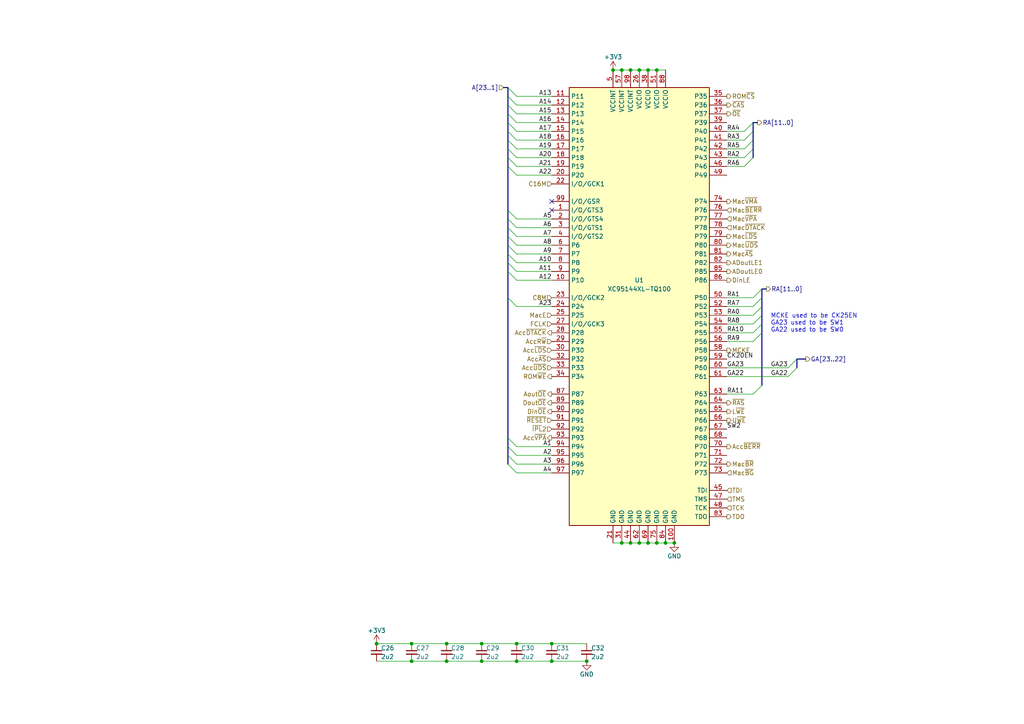
<source format=kicad_sch>
(kicad_sch (version 20230121) (generator eeschema)
  (paper "A4")
  (lib_symbols
    (symbol "CPLD_Xilinx:XC95144XL-TQ100"
      (property "Reference" "U" (at -20.32 64.77 0))
      (property "Value" "XC95144XL-TQ100" (at -20.32 -64.77 0))
      (symbol "XC95144XL-TQ100_1_1"
        (rectangle (start -20.32 63.5) (end 20.32 -63.5) (stroke (width 0.254)) (fill (type background)))
        (pin bidirectional line (at -25.4 27.94 0) (length 5.08) (name "I/O/GTS3") (number "1"))
        (pin bidirectional line (at -25.4 7.62 0) (length 5.08) (name "P10") (number "10"))
        (pin power_in line (at 10.16 -68.58 90) (length 5.08) (name "GND") (number "100"))
        (pin bidirectional line (at -25.4 60.96 0) (length 5.08) (name "P11") (number "11"))
        (pin bidirectional line (at -25.4 58.42 0) (length 5.08) (name "P12") (number "12"))
        (pin bidirectional line (at -25.4 55.88 0) (length 5.08) (name "P13") (number "13"))
        (pin bidirectional line (at -25.4 53.34 0) (length 5.08) (name "P14") (number "14"))
        (pin bidirectional line (at -25.4 50.8 0) (length 5.08) (name "P15") (number "15"))
        (pin bidirectional line (at -25.4 48.26 0) (length 5.08) (name "P16") (number "16"))
        (pin bidirectional line (at -25.4 45.72 0) (length 5.08) (name "P17") (number "17"))
        (pin bidirectional line (at -25.4 43.18 0) (length 5.08) (name "P18") (number "18"))
        (pin bidirectional line (at -25.4 40.64 0) (length 5.08) (name "P19") (number "19"))
        (pin bidirectional line (at -25.4 25.4 0) (length 5.08) (name "I/O/GTS4") (number "2"))
        (pin bidirectional line (at -25.4 38.1 0) (length 5.08) (name "P20") (number "20"))
        (pin power_in line (at -7.62 -68.58 90) (length 5.08) (name "GND") (number "21"))
        (pin bidirectional line (at -25.4 35.56 0) (length 5.08) (name "I/O/GCK1") (number "22"))
        (pin bidirectional line (at -25.4 2.54 0) (length 5.08) (name "I/O/GCK2") (number "23"))
        (pin bidirectional line (at -25.4 0 0) (length 5.08) (name "P24") (number "24"))
        (pin bidirectional line (at -25.4 -2.54 0) (length 5.08) (name "P25") (number "25"))
        (pin power_in line (at 0 68.58 270) (length 5.08) (name "VCCIO") (number "26"))
        (pin bidirectional line (at -25.4 -5.08 0) (length 5.08) (name "I/O/GCK3") (number "27"))
        (pin bidirectional line (at -25.4 -7.62 0) (length 5.08) (name "P28") (number "28"))
        (pin bidirectional line (at -25.4 -10.16 0) (length 5.08) (name "P29") (number "29"))
        (pin bidirectional line (at -25.4 22.86 0) (length 5.08) (name "I/O/GTS1") (number "3"))
        (pin bidirectional line (at -25.4 -12.7 0) (length 5.08) (name "P30") (number "30"))
        (pin power_in line (at -5.08 -68.58 90) (length 5.08) (name "GND") (number "31"))
        (pin bidirectional line (at -25.4 -15.24 0) (length 5.08) (name "P32") (number "32"))
        (pin bidirectional line (at -25.4 -17.78 0) (length 5.08) (name "P33") (number "33"))
        (pin bidirectional line (at -25.4 -20.32 0) (length 5.08) (name "P34") (number "34"))
        (pin bidirectional line (at 25.4 60.96 180) (length 5.08) (name "P35") (number "35"))
        (pin bidirectional line (at 25.4 58.42 180) (length 5.08) (name "P36") (number "36"))
        (pin bidirectional line (at 25.4 55.88 180) (length 5.08) (name "P37") (number "37"))
        (pin power_in line (at 2.54 68.58 270) (length 5.08) (name "VCCIO") (number "38"))
        (pin bidirectional line (at 25.4 53.34 180) (length 5.08) (name "P39") (number "39"))
        (pin bidirectional line (at -25.4 20.32 0) (length 5.08) (name "I/O/GTS2") (number "4"))
        (pin bidirectional line (at 25.4 50.8 180) (length 5.08) (name "P40") (number "40"))
        (pin bidirectional line (at 25.4 48.26 180) (length 5.08) (name "P41") (number "41"))
        (pin bidirectional line (at 25.4 45.72 180) (length 5.08) (name "P42") (number "42"))
        (pin bidirectional line (at 25.4 43.18 180) (length 5.08) (name "P43") (number "43"))
        (pin power_in line (at -2.54 -68.58 90) (length 5.08) (name "GND") (number "44"))
        (pin input line (at 25.4 -53.34 180) (length 5.08) (name "TDI") (number "45"))
        (pin bidirectional line (at 25.4 40.64 180) (length 5.08) (name "P46") (number "46"))
        (pin input line (at 25.4 -55.88 180) (length 5.08) (name "TMS") (number "47"))
        (pin input line (at 25.4 -58.42 180) (length 5.08) (name "TCK") (number "48"))
        (pin bidirectional line (at 25.4 38.1 180) (length 5.08) (name "P49") (number "49"))
        (pin power_in line (at -7.62 68.58 270) (length 5.08) (name "VCCINT") (number "5"))
        (pin bidirectional line (at 25.4 2.54 180) (length 5.08) (name "P50") (number "50"))
        (pin power_in line (at 5.08 68.58 270) (length 5.08) (name "VCCIO") (number "51"))
        (pin bidirectional line (at 25.4 0 180) (length 5.08) (name "P52") (number "52"))
        (pin bidirectional line (at 25.4 -2.54 180) (length 5.08) (name "P53") (number "53"))
        (pin bidirectional line (at 25.4 -5.08 180) (length 5.08) (name "P54") (number "54"))
        (pin bidirectional line (at 25.4 -7.62 180) (length 5.08) (name "P55") (number "55"))
        (pin bidirectional line (at 25.4 -10.16 180) (length 5.08) (name "P56") (number "56"))
        (pin power_in line (at -5.08 68.58 270) (length 5.08) (name "VCCINT") (number "57"))
        (pin bidirectional line (at 25.4 -12.7 180) (length 5.08) (name "P58") (number "58"))
        (pin bidirectional line (at 25.4 -15.24 180) (length 5.08) (name "P59") (number "59"))
        (pin bidirectional line (at -25.4 17.78 0) (length 5.08) (name "P6") (number "6"))
        (pin bidirectional line (at 25.4 -17.78 180) (length 5.08) (name "P60") (number "60"))
        (pin bidirectional line (at 25.4 -20.32 180) (length 5.08) (name "P61") (number "61"))
        (pin power_in line (at 0 -68.58 90) (length 5.08) (name "GND") (number "62"))
        (pin bidirectional line (at 25.4 -25.4 180) (length 5.08) (name "P63") (number "63"))
        (pin bidirectional line (at 25.4 -27.94 180) (length 5.08) (name "P64") (number "64"))
        (pin bidirectional line (at 25.4 -30.48 180) (length 5.08) (name "P65") (number "65"))
        (pin bidirectional line (at 25.4 -33.02 180) (length 5.08) (name "P66") (number "66"))
        (pin bidirectional line (at 25.4 -35.56 180) (length 5.08) (name "P67") (number "67"))
        (pin bidirectional line (at 25.4 -38.1 180) (length 5.08) (name "P68") (number "68"))
        (pin power_in line (at 2.54 -68.58 90) (length 5.08) (name "GND") (number "69"))
        (pin bidirectional line (at -25.4 15.24 0) (length 5.08) (name "P7") (number "7"))
        (pin bidirectional line (at 25.4 -40.64 180) (length 5.08) (name "P70") (number "70"))
        (pin bidirectional line (at 25.4 -43.18 180) (length 5.08) (name "P71") (number "71"))
        (pin bidirectional line (at 25.4 -45.72 180) (length 5.08) (name "P72") (number "72"))
        (pin bidirectional line (at 25.4 -48.26 180) (length 5.08) (name "P73") (number "73"))
        (pin bidirectional line (at 25.4 30.48 180) (length 5.08) (name "P74") (number "74"))
        (pin power_in line (at 5.08 -68.58 90) (length 5.08) (name "GND") (number "75"))
        (pin bidirectional line (at 25.4 27.94 180) (length 5.08) (name "P76") (number "76"))
        (pin bidirectional line (at 25.4 25.4 180) (length 5.08) (name "P77") (number "77"))
        (pin bidirectional line (at 25.4 22.86 180) (length 5.08) (name "P78") (number "78"))
        (pin bidirectional line (at 25.4 20.32 180) (length 5.08) (name "P79") (number "79"))
        (pin bidirectional line (at -25.4 12.7 0) (length 5.08) (name "P8") (number "8"))
        (pin bidirectional line (at 25.4 17.78 180) (length 5.08) (name "P80") (number "80"))
        (pin bidirectional line (at 25.4 15.24 180) (length 5.08) (name "P81") (number "81"))
        (pin bidirectional line (at 25.4 12.7 180) (length 5.08) (name "P82") (number "82"))
        (pin output line (at 25.4 -60.96 180) (length 5.08) (name "TDO") (number "83"))
        (pin power_in line (at 7.62 -68.58 90) (length 5.08) (name "GND") (number "84"))
        (pin bidirectional line (at 25.4 10.16 180) (length 5.08) (name "P85") (number "85"))
        (pin bidirectional line (at 25.4 7.62 180) (length 5.08) (name "P86") (number "86"))
        (pin bidirectional line (at -25.4 -25.4 0) (length 5.08) (name "P87") (number "87"))
        (pin power_in line (at 7.62 68.58 270) (length 5.08) (name "VCCIO") (number "88"))
        (pin bidirectional line (at -25.4 -27.94 0) (length 5.08) (name "P89") (number "89"))
        (pin bidirectional line (at -25.4 10.16 0) (length 5.08) (name "P9") (number "9"))
        (pin bidirectional line (at -25.4 -30.48 0) (length 5.08) (name "P90") (number "90"))
        (pin bidirectional line (at -25.4 -33.02 0) (length 5.08) (name "P91") (number "91"))
        (pin bidirectional line (at -25.4 -35.56 0) (length 5.08) (name "P92") (number "92"))
        (pin bidirectional line (at -25.4 -38.1 0) (length 5.08) (name "P93") (number "93"))
        (pin bidirectional line (at -25.4 -40.64 0) (length 5.08) (name "P94") (number "94"))
        (pin bidirectional line (at -25.4 -43.18 0) (length 5.08) (name "P95") (number "95"))
        (pin bidirectional line (at -25.4 -45.72 0) (length 5.08) (name "P96") (number "96"))
        (pin bidirectional line (at -25.4 -48.26 0) (length 5.08) (name "P97") (number "97"))
        (pin power_in line (at -2.54 68.58 270) (length 5.08) (name "VCCINT") (number "98"))
        (pin bidirectional line (at -25.4 30.48 0) (length 5.08) (name "I/O/GSR") (number "99"))
      )
    )
    (symbol "Device:C_Small" (pin_numbers hide) (pin_names (offset 0.254) hide)
      (property "Reference" "C" (at 0.254 1.778 0))
      (property "Value" "C_Small" (at 0.254 -2.032 0))
      (symbol "C_Small_0_1"
        (polyline (pts (xy -1.524 -0.508) (xy 1.524 -0.508)) (stroke (width 0.3302)))
        (polyline (pts (xy -1.524 0.508) (xy 1.524 0.508)) (stroke (width 0.3048)))
      )
      (symbol "C_Small_1_1"
        (pin passive line (at 0 2.54 270) (length 2.032) (name "~") (number "1"))
        (pin passive line (at 0 -2.54 90) (length 2.032) (name "~") (number "2"))
      )
    )
    (symbol "power:+3V3" (power) (pin_names (offset 0))
      (property "Value" "+3V3" (at 0 3.556 0))
      (symbol "+3V3_0_1"
        (polyline (pts (xy -0.762 1.27) (xy 0 2.54)))
        (polyline (pts (xy 0 0) (xy 0 2.54)))
        (polyline (pts (xy 0 2.54) (xy 0.762 1.27)))
      )
      (symbol "+3V3_1_1"
        (pin power_in line (at 0 0 90) (length 0) hide (name "+3V3") (number "1"))
      )
    )
    (symbol "power:GND" (power) (pin_names (offset 0))
      (property "Value" "GND" (at 0 -3.81 0))
      (symbol "GND_0_1"
        (polyline (pts (xy 0 0) (xy 0 -1.27) (xy 1.27 -1.27) (xy 0 -2.54) (xy -1.27 -1.27) (xy 0 -1.27)))
      )
      (symbol "GND_1_1"
        (pin power_in line (at 0 0 270) (length 0) hide (name "GND") (number "1"))
      )
    )
  )
  (junction (at 119.38 191.77))
  (junction (at 193.04 157.48))
  (junction (at 129.54 191.77))
  (junction (at 180.34 157.48))
  (junction (at 177.8 20.32))
  (junction (at 139.7 191.77))
  (junction (at 139.7 186.69))
  (junction (at 187.96 157.48))
  (junction (at 182.88 157.48))
  (junction (at 119.38 186.69))
  (junction (at 185.42 20.32))
  (junction (at 160.02 186.69))
  (junction (at 182.88 20.32))
  (junction (at 109.22 186.69))
  (junction (at 195.58 157.48))
  (junction (at 187.96 20.32))
  (junction (at 180.34 20.32))
  (junction (at 149.86 191.77))
  (junction (at 190.5 157.48))
  (junction (at 149.86 186.69))
  (junction (at 185.42 157.48))
  (junction (at 170.18 191.77))
  (junction (at 160.02 191.77))
  (junction (at 129.54 186.69))
  (junction (at 190.5 20.32))
  (no_connect (at 160.02 60.96))
  (no_connect (at 160.02 58.42))
  (bus_entry (at 147.32 63.5) (size 2.54 2.54))
  (bus_entry (at 147.32 129.54) (size 2.54 2.54))
  (bus_entry (at 147.32 71.12) (size 2.54 2.54))
  (bus_entry (at 147.32 27.94) (size 2.54 2.54))
  (bus_entry (at 147.32 35.56) (size 2.54 2.54))
  (bus_entry (at 220.98 93.98) (size -2.54 2.54))
  (bus_entry (at 218.44 43.18) (size -2.54 2.54))
  (bus_entry (at 147.32 25.4) (size 2.54 2.54))
  (bus_entry (at 147.32 30.48) (size 2.54 2.54))
  (bus_entry (at 147.32 45.72) (size 2.54 2.54))
  (bus_entry (at 220.98 96.52) (size -2.54 2.54))
  (bus_entry (at 147.32 48.26) (size 2.54 2.54))
  (bus_entry (at 218.44 45.72) (size -2.54 2.54))
  (bus_entry (at 220.98 88.9) (size -2.54 2.54))
  (bus_entry (at 147.32 73.66) (size 2.54 2.54))
  (bus_entry (at 220.98 83.82) (size -2.54 2.54))
  (bus_entry (at 218.44 38.1) (size -2.54 2.54))
  (bus_entry (at 218.44 35.56) (size -2.54 2.54))
  (bus_entry (at 147.32 86.36) (size 2.54 2.54))
  (bus_entry (at 147.32 127) (size 2.54 2.54))
  (bus_entry (at 147.32 78.74) (size 2.54 2.54))
  (bus_entry (at 147.32 76.2) (size 2.54 2.54))
  (bus_entry (at 147.32 68.58) (size 2.54 2.54))
  (bus_entry (at 147.32 33.02) (size 2.54 2.54))
  (bus_entry (at 147.32 40.64) (size 2.54 2.54))
  (bus_entry (at 218.44 40.64) (size -2.54 2.54))
  (bus_entry (at 147.32 132.08) (size 2.54 2.54))
  (bus_entry (at 147.32 38.1) (size 2.54 2.54))
  (bus_entry (at 220.98 91.44) (size -2.54 2.54))
  (bus_entry (at 231.14 106.68) (size -2.54 2.54))
  (bus_entry (at 147.32 134.62) (size 2.54 2.54))
  (bus_entry (at 147.32 60.96) (size 2.54 2.54))
  (bus_entry (at 220.98 111.76) (size -2.54 2.54))
  (bus_entry (at 220.98 86.36) (size -2.54 2.54))
  (bus_entry (at 231.14 104.14) (size -2.54 2.54))
  (bus_entry (at 147.32 66.04) (size 2.54 2.54))
  (bus_entry (at 147.32 43.18) (size 2.54 2.54))
  (wire (pts (xy 210.82 93.98) (xy 218.44 93.98)))
  (wire (pts (xy 210.82 43.18) (xy 215.9 43.18)))
  (wire (pts (xy 182.88 20.32) (xy 185.42 20.32)))
  (bus (pts (xy 147.32 127) (xy 147.32 129.54)))
  (bus (pts (xy 147.32 27.94) (xy 147.32 30.48)))
  (bus (pts (xy 147.32 38.1) (xy 147.32 40.64)))
  (wire (pts (xy 160.02 33.02) (xy 149.86 33.02)))
  (wire (pts (xy 160.02 35.56) (xy 149.86 35.56)))
  (wire (pts (xy 185.42 20.32) (xy 187.96 20.32)))
  (wire (pts (xy 160.02 45.72) (xy 149.86 45.72)))
  (bus (pts (xy 147.32 73.66) (xy 147.32 76.2)))
  (wire (pts (xy 109.22 186.69) (xy 119.38 186.69)))
  (bus (pts (xy 220.98 96.52) (xy 220.98 111.76)))
  (wire (pts (xy 160.02 50.8) (xy 149.86 50.8)))
  (wire (pts (xy 160.02 81.28) (xy 149.86 81.28)))
  (wire (pts (xy 160.02 76.2) (xy 149.86 76.2)))
  (wire (pts (xy 119.38 186.69) (xy 129.54 186.69)))
  (bus (pts (xy 147.32 48.26) (xy 147.32 60.96)))
  (bus (pts (xy 147.32 25.4) (xy 146.05 25.4)))
  (wire (pts (xy 210.82 106.68) (xy 228.6 106.68)))
  (bus (pts (xy 147.32 71.12) (xy 147.32 73.66)))
  (wire (pts (xy 160.02 30.48) (xy 149.86 30.48)))
  (wire (pts (xy 160.02 48.26) (xy 149.86 48.26)))
  (bus (pts (xy 220.98 83.82) (xy 220.98 86.36)))
  (wire (pts (xy 160.02 186.69) (xy 170.18 186.69)))
  (bus (pts (xy 147.32 45.72) (xy 147.32 48.26)))
  (bus (pts (xy 147.32 40.64) (xy 147.32 43.18)))
  (wire (pts (xy 160.02 78.74) (xy 149.86 78.74)))
  (wire (pts (xy 210.82 38.1) (xy 215.9 38.1)))
  (bus (pts (xy 218.44 35.56) (xy 218.44 38.1)))
  (wire (pts (xy 149.86 137.16) (xy 160.02 137.16)))
  (bus (pts (xy 218.44 40.64) (xy 218.44 43.18)))
  (bus (pts (xy 231.14 104.14) (xy 233.68 104.14)))
  (bus (pts (xy 147.32 25.4) (xy 147.32 27.94)))
  (wire (pts (xy 139.7 191.77) (xy 149.86 191.77)))
  (bus (pts (xy 220.98 86.36) (xy 220.98 88.9)))
  (wire (pts (xy 160.02 38.1) (xy 149.86 38.1)))
  (wire (pts (xy 218.44 96.52) (xy 210.82 96.52)))
  (bus (pts (xy 147.32 43.18) (xy 147.32 45.72)))
  (bus (pts (xy 147.32 33.02) (xy 147.32 35.56)))
  (bus (pts (xy 218.44 38.1) (xy 218.44 40.64)))
  (wire (pts (xy 160.02 40.64) (xy 149.86 40.64)))
  (wire (pts (xy 187.96 157.48) (xy 185.42 157.48)))
  (wire (pts (xy 210.82 109.22) (xy 228.6 109.22)))
  (bus (pts (xy 147.32 60.96) (xy 147.32 63.5)))
  (wire (pts (xy 160.02 66.04) (xy 149.86 66.04)))
  (wire (pts (xy 210.82 88.9) (xy 218.44 88.9)))
  (wire (pts (xy 210.82 99.06) (xy 218.44 99.06)))
  (wire (pts (xy 129.54 186.69) (xy 139.7 186.69)))
  (wire (pts (xy 210.82 45.72) (xy 215.9 45.72)))
  (wire (pts (xy 160.02 191.77) (xy 170.18 191.77)))
  (wire (pts (xy 160.02 68.58) (xy 149.86 68.58)))
  (wire (pts (xy 139.7 186.69) (xy 149.86 186.69)))
  (wire (pts (xy 210.82 40.64) (xy 215.9 40.64)))
  (bus (pts (xy 147.32 63.5) (xy 147.32 66.04)))
  (bus (pts (xy 147.32 68.58) (xy 147.32 71.12)))
  (wire (pts (xy 149.86 186.69) (xy 160.02 186.69)))
  (wire (pts (xy 210.82 48.26) (xy 215.9 48.26)))
  (wire (pts (xy 149.86 191.77) (xy 160.02 191.77)))
  (bus (pts (xy 147.32 132.08) (xy 147.32 134.62)))
  (bus (pts (xy 147.32 78.74) (xy 147.32 86.36)))
  (bus (pts (xy 147.32 35.56) (xy 147.32 38.1)))
  (wire (pts (xy 185.42 157.48) (xy 182.88 157.48)))
  (wire (pts (xy 193.04 157.48) (xy 190.5 157.48)))
  (wire (pts (xy 160.02 43.18) (xy 149.86 43.18)))
  (wire (pts (xy 149.86 129.54) (xy 160.02 129.54)))
  (wire (pts (xy 119.38 191.77) (xy 129.54 191.77)))
  (wire (pts (xy 160.02 71.12) (xy 149.86 71.12)))
  (wire (pts (xy 109.22 191.77) (xy 119.38 191.77)))
  (wire (pts (xy 210.82 86.36) (xy 218.44 86.36)))
  (bus (pts (xy 218.44 43.18) (xy 218.44 45.72)))
  (bus (pts (xy 220.98 88.9) (xy 220.98 91.44)))
  (bus (pts (xy 147.32 129.54) (xy 147.32 132.08)))
  (bus (pts (xy 147.32 86.36) (xy 147.32 127)))
  (bus (pts (xy 231.14 106.68) (xy 231.14 104.14)))
  (wire (pts (xy 160.02 63.5) (xy 149.86 63.5)))
  (wire (pts (xy 149.86 132.08) (xy 160.02 132.08)))
  (wire (pts (xy 149.86 134.62) (xy 160.02 134.62)))
  (wire (pts (xy 218.44 91.44) (xy 210.82 91.44)))
  (wire (pts (xy 160.02 27.94) (xy 149.86 27.94)))
  (wire (pts (xy 182.88 157.48) (xy 180.34 157.48)))
  (wire (pts (xy 190.5 157.48) (xy 187.96 157.48)))
  (bus (pts (xy 147.32 76.2) (xy 147.32 78.74)))
  (bus (pts (xy 147.32 30.48) (xy 147.32 33.02)))
  (wire (pts (xy 210.82 114.3) (xy 218.44 114.3)))
  (bus (pts (xy 218.44 35.56) (xy 219.71 35.56)))
  (bus (pts (xy 220.98 91.44) (xy 220.98 93.98)))
  (wire (pts (xy 187.96 20.32) (xy 190.5 20.32)))
  (wire (pts (xy 160.02 88.9) (xy 149.86 88.9)))
  (wire (pts (xy 190.5 20.32) (xy 193.04 20.32)))
  (wire (pts (xy 177.8 20.32) (xy 180.34 20.32)))
  (wire (pts (xy 180.34 157.48) (xy 177.8 157.48)))
  (wire (pts (xy 195.58 157.48) (xy 193.04 157.48)))
  (wire (pts (xy 129.54 191.77) (xy 139.7 191.77)))
  (wire (pts (xy 160.02 73.66) (xy 149.86 73.66)))
  (bus (pts (xy 220.98 83.82) (xy 222.25 83.82)))
  (bus (pts (xy 220.98 93.98) (xy 220.98 96.52)))
  (bus (pts (xy 147.32 66.04) (xy 147.32 68.58)))
  (wire (pts (xy 180.34 20.32) (xy 182.88 20.32)))
  (text "MCKE used to be CK25EN\nGA23 used to be SW1\nGA22 used to be SW0" (at 223.52 96.52 0) (effects (font (size 1.27 1.27)) (justify left bottom)))
  (label "RA11" (at 210.82 114.3 0))
  (label "A8" (at 160.02 71.12 180))
  (label "A23" (at 160.02 88.9 180))
  (label "A5" (at 160.02 63.5 180))
  (label "SW2" (at 210.82 124.46 0))
  (label "RA2" (at 210.82 45.72 0))
  (label "A15" (at 160.02 33.02 180))
  (label "RA10" (at 210.82 96.52 0))
  (label "RA1" (at 210.82 86.36 0))
  (label "A17" (at 160.02 38.1 180))
  (label "RA4" (at 210.82 38.1 0))
  (label "A16" (at 160.02 35.56 180))
  (label "GA22" (at 223.52 109.22 0))
  (label "A7" (at 160.02 68.58 180))
  (label "A10" (at 160.02 76.2 180))
  (label "A9" (at 160.02 73.66 180))
  (label "A21" (at 160.02 48.26 180))
  (label "RA3" (at 210.82 40.64 0))
  (label "A20" (at 160.02 45.72 180))
  (label "A3" (at 160.02 134.62 180))
  (label "A13" (at 160.02 27.94 180))
  (label "GA22" (at 210.82 109.22 0))
  (label "A22" (at 160.02 50.8 180))
  (label "RA6" (at 210.82 48.26 0))
  (label "A14" (at 160.02 30.48 180))
  (label "RA7" (at 210.82 88.9 0))
  (label "A11" (at 160.02 78.74 180))
  (label "A18" (at 160.02 40.64 180))
  (label "A6" (at 160.02 66.04 180))
  (label "RA0" (at 210.82 91.44 0))
  (label "CK20EN" (at 210.82 104.14 0))
  (label "RA8" (at 210.82 93.98 0))
  (label "RA9" (at 210.82 99.06 0))
  (label "A1" (at 160.02 129.54 180))
  (label "A4" (at 160.02 137.16 180))
  (label "A2" (at 160.02 132.08 180))
  (label "A12" (at 160.02 81.28 180))
  (label "A19" (at 160.02 43.18 180))
  (label "GA23" (at 210.82 106.68 0))
  (label "RA5" (at 210.82 43.18 0))
  (label "GA23" (at 223.52 106.68 0))
  (hierarchical_label "A[23..1]" (shape input) (at 146.05 25.4 180))
  (hierarchical_label "Dout~{OE}" (shape output) (at 160.02 116.84 180))
  (hierarchical_label "AccR~{W}" (shape input) (at 160.02 99.06 180))
  (hierarchical_label "TCK" (shape input) (at 210.82 147.32 0))
  (hierarchical_label "ROM~{WE}" (shape output) (at 160.02 109.22 180))
  (hierarchical_label "~{RAS}" (shape output) (at 210.82 116.84 0))
  (hierarchical_label "Mac~{BG}" (shape input) (at 210.82 137.16 0))
  (hierarchical_label "Acc~{UDS}" (shape input) (at 160.02 106.68 180))
  (hierarchical_label "Din~{OE}" (shape output) (at 160.02 119.38 180))
  (hierarchical_label "L~{WE}" (shape output) (at 210.82 119.38 0))
  (hierarchical_label "TDO" (shape output) (at 210.82 149.86 0))
  (hierarchical_label "Mac~{DTACK}" (shape input) (at 210.82 66.04 0))
  (hierarchical_label "TDI" (shape input) (at 210.82 142.24 0))
  (hierarchical_label "Mac~{VMA}" (shape output) (at 210.82 58.42 0))
  (hierarchical_label "~{OE}" (shape output) (at 210.82 33.02 0))
  (hierarchical_label "ADoutLE1" (shape output) (at 210.82 76.2 0))
  (hierarchical_label "Mac~{UDS}" (shape output) (at 210.82 71.12 0))
  (hierarchical_label "ADoutLE0" (shape output) (at 210.82 78.74 0))
  (hierarchical_label "Acc~{AS}" (shape input) (at 160.02 104.14 180))
  (hierarchical_label "Acc~{VPA}" (shape output) (at 160.02 127 180))
  (hierarchical_label "DinLE" (shape output) (at 210.82 81.28 0))
  (hierarchical_label "C8M" (shape input) (at 160.02 86.36 180))
  (hierarchical_label "MCKE" (shape output) (at 210.82 101.6 0))
  (hierarchical_label "ROM~{CS}" (shape output) (at 210.82 27.94 0))
  (hierarchical_label "TMS" (shape input) (at 210.82 144.78 0))
  (hierarchical_label "~{IPL}2" (shape input) (at 160.02 124.46 180))
  (hierarchical_label "GA[23..22]" (shape output) (at 233.68 104.14 0))
  (hierarchical_label "Mac~{BERR}" (shape input) (at 210.82 60.96 0))
  (hierarchical_label "Acc~{LDS}" (shape input) (at 160.02 101.6 180))
  (hierarchical_label "Acc~{DTACK}" (shape output) (at 160.02 96.52 180))
  (hierarchical_label "C16M" (shape input) (at 160.02 53.34 180))
  (hierarchical_label "FCLK" (shape input) (at 160.02 93.98 180))
  (hierarchical_label "Mac~{VPA}" (shape input) (at 210.82 63.5 0))
  (hierarchical_label "MacE" (shape input) (at 160.02 91.44 180))
  (hierarchical_label "Mac~{BR}" (shape output) (at 210.82 134.62 0))
  (hierarchical_label "Mac~{AS}" (shape output) (at 210.82 73.66 0))
  (hierarchical_label "~{CAS}" (shape output) (at 210.82 30.48 0))
  (hierarchical_label "Aout~{OE}" (shape output) (at 160.02 114.3 180))
  (hierarchical_label "RA[11..0]" (shape output) (at 219.71 35.56 0))
  (hierarchical_label "Acc~{BERR}" (shape output) (at 210.82 129.54 0))
  (hierarchical_label "~{RESET}" (shape input) (at 160.02 121.92 180))
  (hierarchical_label "U~{WE}" (shape output) (at 210.82 121.92 0))
  (hierarchical_label "RA[11..0]" (shape output) (at 222.25 83.82 0))
  (hierarchical_label "Mac~{LDS}" (shape output) (at 210.82 68.58 0))
  (symbol (lib_id "Device:C_Small") (at 119.38 189.23 0) (unit 1)
    (property "Reference" "C27" (at 120.65 187.96 0) (effects (justify left)))
    (property "Value" "2u2" (at 120.65 190.5 0) (effects (justify left)))
    (property "Footprint" "stdpads:C_0603" (effects hide))
    (property "LCSC Part" "C23630" (effects hide))
  )
  (symbol (lib_id "Device:C_Small") (at 129.54 189.23 0) (unit 1)
    (property "Reference" "C28" (at 130.81 187.96 0) (effects (justify left)))
    (property "Value" "2u2" (at 130.81 190.5 0) (effects (justify left)))
    (property "Footprint" "stdpads:C_0603" (effects hide))
    (property "LCSC Part" "C23630" (effects hide))
  )
  (symbol (lib_id "Device:C_Small") (at 139.7 189.23 0) (unit 1)
    (property "Reference" "C29" (at 140.97 187.96 0) (effects (justify left)))
    (property "Value" "2u2" (at 140.97 190.5 0) (effects (justify left)))
    (property "Footprint" "stdpads:C_0603" (effects hide))
    (property "LCSC Part" "C23630" (effects hide))
  )
  (symbol (lib_id "power:+3V3") (at 109.22 186.69 0) (unit 1)
    (property "Reference" "#PWR0158" (effects hide))
    (property "Value" "+3V3" (at 109.22 182.88 0))
  )
  (symbol (lib_id "Device:C_Small") (at 109.22 189.23 0) (unit 1)
    (property "Reference" "C26" (at 110.49 187.96 0) (effects (justify left)))
    (property "Value" "2u2" (at 110.49 190.5 0) (effects (justify left)))
    (property "Footprint" "stdpads:C_0603" (effects hide))
    (property "LCSC Part" "C23630" (effects hide))
  )
  (symbol (lib_id "Device:C_Small") (at 160.02 189.23 0) (unit 1)
    (property "Reference" "C31" (at 161.29 187.96 0) (effects (justify left)))
    (property "Value" "2u2" (at 161.29 190.5 0) (effects (justify left)))
    (property "Footprint" "stdpads:C_0603" (effects hide))
    (property "LCSC Part" "C23630" (effects hide))
  )
  (symbol (lib_id "Device:C_Small") (at 149.86 189.23 0) (unit 1)
    (property "Reference" "C30" (at 151.13 187.96 0) (effects (justify left)))
    (property "Value" "2u2" (at 151.13 190.5 0) (effects (justify left)))
    (property "Footprint" "stdpads:C_0603" (effects hide))
    (property "LCSC Part" "C23630" (effects hide))
  )
  (symbol (lib_id "power:GND") (at 170.18 191.77 0) (mirror y) (unit 1)
    (property "Reference" "#PWR0159" (effects hide))
    (property "Value" "GND" (at 170.18 195.58 0))
  )
  (symbol (lib_id "Device:C_Small") (at 170.18 189.23 0) (unit 1)
    (property "Reference" "C32" (at 171.45 187.96 0) (effects (justify left)))
    (property "Value" "2u2" (at 171.45 190.5 0) (effects (justify left)))
    (property "Footprint" "stdpads:C_0603" (effects hide))
    (property "LCSC Part" "C23630" (effects hide))
  )
  (symbol (lib_id "power:+3V3") (at 177.8 20.32 0) (unit 1)
    (property "Reference" "#PWR0160" (effects hide))
    (property "Value" "+3V3" (at 177.8 16.51 0))
  )
  (symbol (lib_id "power:GND") (at 195.58 157.48 0) (unit 1)
    (property "Reference" "#PWR0161" (effects hide))
    (property "Value" "GND" (at 195.58 161.29 0))
  )
  (symbol (lib_id "CPLD_Xilinx:XC95144XL-TQ100") (at 185.42 88.9 0) (unit 1)
    (property "Reference" "U1" (at 185.42 81.28 0))
    (property "Value" "XC95144XL-TQ100" (at 185.42 83.82 0))
    (property "Footprint" "stdpads:TQFP-100_14x14mm_P0.5mm" (effects hide))
    (property "Datasheet" "https://www.xilinx.com/support/documentation/data_sheets/ds056.pdf" (effects hide))
    (property "LCSC Part" "C45126" (effects hide))
  )
)
</source>
